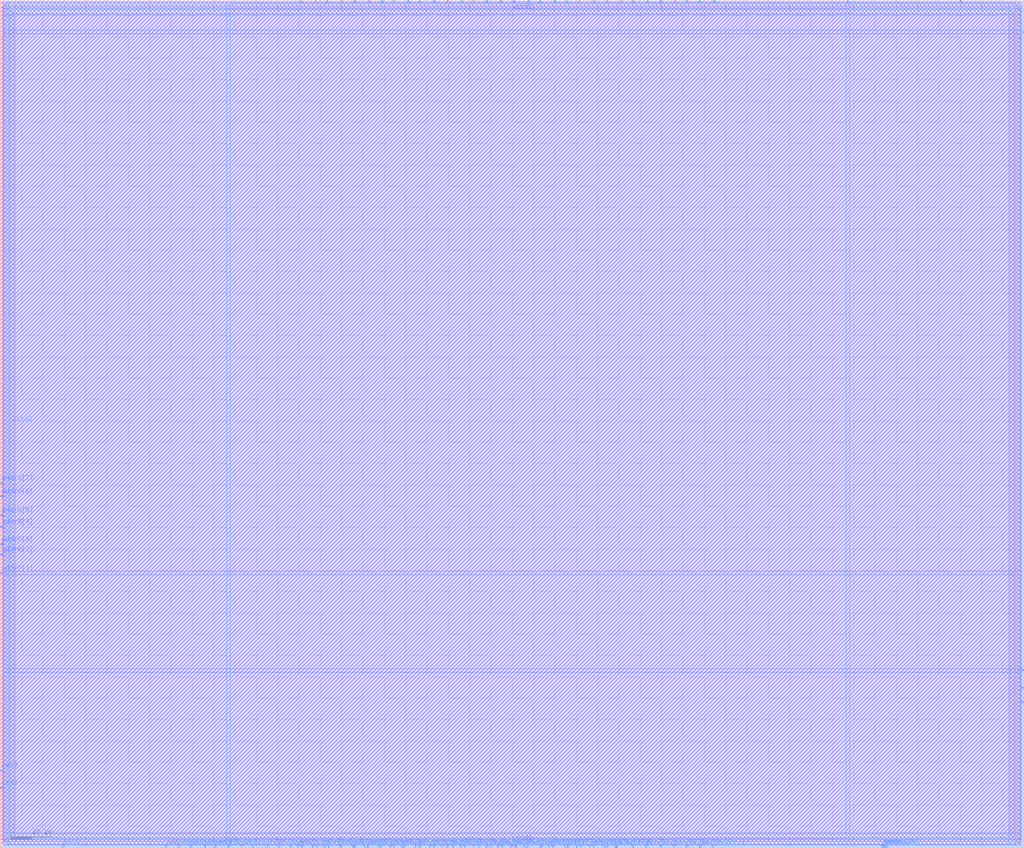
<source format=lef>
VERSION 5.4 ;
NAMESCASESENSITIVE ON ;
BUSBITCHARS "[]" ;
DIVIDERCHAR "/" ;
UNITS
  DATABASE MICRONS 1000 ;
END UNITS
MACRO sky130_sram_1kbyte_1rw1r_32x256_8
   CLASS BLOCK ;
   SIZE 479.78 BY 397.5 ;
   SYMMETRY X Y R90 ;
   PIN din0[0]
      DIRECTION INPUT ;
      PORT
         LAYER met4 ;
         RECT  106.76 0.0 107.14 1.06 ;
      END
   END din0[0]
   PIN din0[1]
      DIRECTION INPUT ;
      PORT
         LAYER met4 ;
         RECT  112.88 0.0 113.26 1.06 ;
      END
   END din0[1]
   PIN din0[2]
      DIRECTION INPUT ;
      PORT
         LAYER met4 ;
         RECT  118.32 0.0 118.7 1.06 ;
      END
   END din0[2]
   PIN din0[3]
      DIRECTION INPUT ;
      PORT
         LAYER met4 ;
         RECT  125.12 0.0 125.5 1.06 ;
      END
   END din0[3]
   PIN din0[4]
      DIRECTION INPUT ;
      PORT
         LAYER met4 ;
         RECT  130.56 0.0 130.94 1.06 ;
      END
   END din0[4]
   PIN din0[5]
      DIRECTION INPUT ;
      PORT
         LAYER met4 ;
         RECT  136.0 0.0 136.38 1.06 ;
      END
   END din0[5]
   PIN din0[6]
      DIRECTION INPUT ;
      PORT
         LAYER met4 ;
         RECT  141.44 0.0 141.82 1.06 ;
      END
   END din0[6]
   PIN din0[7]
      DIRECTION INPUT ;
      PORT
         LAYER met4 ;
         RECT  148.24 0.0 148.62 1.06 ;
      END
   END din0[7]
   PIN din0[8]
      DIRECTION INPUT ;
      PORT
         LAYER met4 ;
         RECT  153.68 0.0 154.06 1.06 ;
      END
   END din0[8]
   PIN din0[9]
      DIRECTION INPUT ;
      PORT
         LAYER met4 ;
         RECT  159.12 0.0 159.5 1.06 ;
      END
   END din0[9]
   PIN din0[10]
      DIRECTION INPUT ;
      PORT
         LAYER met4 ;
         RECT  165.24 0.0 165.62 1.06 ;
      END
   END din0[10]
   PIN din0[11]
      DIRECTION INPUT ;
      PORT
         LAYER met4 ;
         RECT  170.68 0.0 171.06 1.06 ;
      END
   END din0[11]
   PIN din0[12]
      DIRECTION INPUT ;
      PORT
         LAYER met4 ;
         RECT  177.48 0.0 177.86 1.06 ;
      END
   END din0[12]
   PIN din0[13]
      DIRECTION INPUT ;
      PORT
         LAYER met4 ;
         RECT  182.92 0.0 183.3 1.06 ;
      END
   END din0[13]
   PIN din0[14]
      DIRECTION INPUT ;
      PORT
         LAYER met4 ;
         RECT  188.36 0.0 188.74 1.06 ;
      END
   END din0[14]
   PIN din0[15]
      DIRECTION INPUT ;
      PORT
         LAYER met4 ;
         RECT  194.48 0.0 194.86 1.06 ;
      END
   END din0[15]
   PIN din0[16]
      DIRECTION INPUT ;
      PORT
         LAYER met4 ;
         RECT  201.28 0.0 201.66 1.06 ;
      END
   END din0[16]
   PIN din0[17]
      DIRECTION INPUT ;
      PORT
         LAYER met4 ;
         RECT  206.72 0.0 207.1 1.06 ;
      END
   END din0[17]
   PIN din0[18]
      DIRECTION INPUT ;
      PORT
         LAYER met4 ;
         RECT  212.16 0.0 212.54 1.06 ;
      END
   END din0[18]
   PIN din0[19]
      DIRECTION INPUT ;
      PORT
         LAYER met4 ;
         RECT  217.6 0.0 217.98 1.06 ;
      END
   END din0[19]
   PIN din0[20]
      DIRECTION INPUT ;
      PORT
         LAYER met4 ;
         RECT  224.4 0.0 224.78 1.06 ;
      END
   END din0[20]
   PIN din0[21]
      DIRECTION INPUT ;
      PORT
         LAYER met4 ;
         RECT  229.84 0.0 230.22 1.06 ;
      END
   END din0[21]
   PIN din0[22]
      DIRECTION INPUT ;
      PORT
         LAYER met4 ;
         RECT  235.28 0.0 235.66 1.06 ;
      END
   END din0[22]
   PIN din0[23]
      DIRECTION INPUT ;
      PORT
         LAYER met4 ;
         RECT  241.4 0.0 241.78 1.06 ;
      END
   END din0[23]
   PIN din0[24]
      DIRECTION INPUT ;
      PORT
         LAYER met4 ;
         RECT  246.84 0.0 247.22 1.06 ;
      END
   END din0[24]
   PIN din0[25]
      DIRECTION INPUT ;
      PORT
         LAYER met4 ;
         RECT  253.64 0.0 254.02 1.06 ;
      END
   END din0[25]
   PIN din0[26]
      DIRECTION INPUT ;
      PORT
         LAYER met4 ;
         RECT  259.08 0.0 259.46 1.06 ;
      END
   END din0[26]
   PIN din0[27]
      DIRECTION INPUT ;
      PORT
         LAYER met4 ;
         RECT  264.52 0.0 264.9 1.06 ;
      END
   END din0[27]
   PIN din0[28]
      DIRECTION INPUT ;
      PORT
         LAYER met4 ;
         RECT  269.96 0.0 270.34 1.06 ;
      END
   END din0[28]
   PIN din0[29]
      DIRECTION INPUT ;
      PORT
         LAYER met4 ;
         RECT  276.08 0.0 276.46 1.06 ;
      END
   END din0[29]
   PIN din0[30]
      DIRECTION INPUT ;
      PORT
         LAYER met4 ;
         RECT  282.88 0.0 283.26 1.06 ;
      END
   END din0[30]
   PIN din0[31]
      DIRECTION INPUT ;
      PORT
         LAYER met4 ;
         RECT  288.32 0.0 288.7 1.06 ;
      END
   END din0[31]
   PIN addr0[0]
      DIRECTION INPUT ;
      PORT
         LAYER met4 ;
         RECT  77.52 0.0 77.9 1.06 ;
      END
   END addr0[0]
   PIN addr0[1]
      DIRECTION INPUT ;
      PORT
         LAYER met3 ;
         RECT  0.0 128.52 1.06 128.9 ;
      END
   END addr0[1]
   PIN addr0[2]
      DIRECTION INPUT ;
      PORT
         LAYER met3 ;
         RECT  0.0 137.36 1.06 137.74 ;
      END
   END addr0[2]
   PIN addr0[3]
      DIRECTION INPUT ;
      PORT
         LAYER met3 ;
         RECT  0.0 142.12 1.06 142.5 ;
      END
   END addr0[3]
   PIN addr0[4]
      DIRECTION INPUT ;
      PORT
         LAYER met3 ;
         RECT  0.0 150.28 1.06 150.66 ;
      END
   END addr0[4]
   PIN addr0[5]
      DIRECTION INPUT ;
      PORT
         LAYER met3 ;
         RECT  0.0 155.72 1.06 156.1 ;
      END
   END addr0[5]
   PIN addr0[6]
      DIRECTION INPUT ;
      PORT
         LAYER met3 ;
         RECT  0.0 164.56 1.06 164.94 ;
      END
   END addr0[6]
   PIN addr0[7]
      DIRECTION INPUT ;
      PORT
         LAYER met3 ;
         RECT  0.0 170.68 1.06 171.06 ;
      END
   END addr0[7]
   PIN addr1[0]
      DIRECTION INPUT ;
      PORT
         LAYER met4 ;
         RECT  397.12 396.44 397.5 397.5 ;
      END
   END addr1[0]
   PIN addr1[1]
      DIRECTION INPUT ;
      PORT
         LAYER met3 ;
         RECT  478.72 82.96 479.78 83.34 ;
      END
   END addr1[1]
   PIN addr1[2]
      DIRECTION INPUT ;
      PORT
         LAYER met3 ;
         RECT  478.72 74.8 479.78 75.18 ;
      END
   END addr1[2]
   PIN addr1[3]
      DIRECTION INPUT ;
      PORT
         LAYER met3 ;
         RECT  478.72 68.0 479.78 68.38 ;
      END
   END addr1[3]
   PIN addr1[4]
      DIRECTION INPUT ;
      PORT
         LAYER met4 ;
         RECT  415.48 0.0 415.86 1.06 ;
      END
   END addr1[4]
   PIN addr1[5]
      DIRECTION INPUT ;
      PORT
         LAYER met4 ;
         RECT  413.44 0.0 413.82 1.06 ;
      END
   END addr1[5]
   PIN addr1[6]
      DIRECTION INPUT ;
      PORT
         LAYER met4 ;
         RECT  414.12 0.0 414.5 1.06 ;
      END
   END addr1[6]
   PIN addr1[7]
      DIRECTION INPUT ;
      PORT
         LAYER met4 ;
         RECT  414.8 0.0 415.18 1.06 ;
      END
   END addr1[7]
   PIN csb0
      DIRECTION INPUT ;
      PORT
         LAYER met3 ;
         RECT  0.0 27.88 1.06 28.26 ;
      END
   END csb0
   PIN csb1
      DIRECTION INPUT ;
      PORT
         LAYER met3 ;
         RECT  478.72 382.16 479.78 382.54 ;
      END
   END csb1
   PIN web0
      DIRECTION INPUT ;
      PORT
         LAYER met3 ;
         RECT  0.0 36.04 1.06 36.42 ;
      END
   END web0
   PIN clk0
      DIRECTION INPUT ;
      PORT
         LAYER met4 ;
         RECT  29.24 0.0 29.62 1.06 ;
      END
   END clk0
   PIN clk1
      DIRECTION INPUT ;
      PORT
         LAYER met4 ;
         RECT  450.16 396.44 450.54 397.5 ;
      END
   END clk1
   PIN wmask0[0]
      DIRECTION INPUT ;
      PORT
         LAYER met4 ;
         RECT  83.64 0.0 84.02 1.06 ;
      END
   END wmask0[0]
   PIN wmask0[1]
      DIRECTION INPUT ;
      PORT
         LAYER met4 ;
         RECT  89.08 0.0 89.46 1.06 ;
      END
   END wmask0[1]
   PIN wmask0[2]
      DIRECTION INPUT ;
      PORT
         LAYER met4 ;
         RECT  95.88 0.0 96.26 1.06 ;
      END
   END wmask0[2]
   PIN wmask0[3]
      DIRECTION INPUT ;
      PORT
         LAYER met4 ;
         RECT  100.64 0.0 101.02 1.06 ;
      END
   END wmask0[3]
   PIN dout0[0]
      DIRECTION OUTPUT ;
      PORT
         LAYER met4 ;
         RECT  139.4 0.0 139.78 1.06 ;
      END
   END dout0[0]
   PIN dout0[1]
      DIRECTION OUTPUT ;
      PORT
         LAYER met4 ;
         RECT  146.2 0.0 146.58 1.06 ;
      END
   END dout0[1]
   PIN dout0[2]
      DIRECTION OUTPUT ;
      PORT
         LAYER met4 ;
         RECT  151.64 0.0 152.02 1.06 ;
      END
   END dout0[2]
   PIN dout0[3]
      DIRECTION OUTPUT ;
      PORT
         LAYER met4 ;
         RECT  159.8 0.0 160.18 1.06 ;
      END
   END dout0[3]
   PIN dout0[4]
      DIRECTION OUTPUT ;
      PORT
         LAYER met4 ;
         RECT  165.92 0.0 166.3 1.06 ;
      END
   END dout0[4]
   PIN dout0[5]
      DIRECTION OUTPUT ;
      PORT
         LAYER met4 ;
         RECT  172.04 0.0 172.42 1.06 ;
      END
   END dout0[5]
   PIN dout0[6]
      DIRECTION OUTPUT ;
      PORT
         LAYER met4 ;
         RECT  178.16 0.0 178.54 1.06 ;
      END
   END dout0[6]
   PIN dout0[7]
      DIRECTION OUTPUT ;
      PORT
         LAYER met4 ;
         RECT  184.28 0.0 184.66 1.06 ;
      END
   END dout0[7]
   PIN dout0[8]
      DIRECTION OUTPUT ;
      PORT
         LAYER met4 ;
         RECT  189.04 0.0 189.42 1.06 ;
      END
   END dout0[8]
   PIN dout0[9]
      DIRECTION OUTPUT ;
      PORT
         LAYER met4 ;
         RECT  196.52 0.0 196.9 1.06 ;
      END
   END dout0[9]
   PIN dout0[10]
      DIRECTION OUTPUT ;
      PORT
         LAYER met4 ;
         RECT  203.32 0.0 203.7 1.06 ;
      END
   END dout0[10]
   PIN dout0[11]
      DIRECTION OUTPUT ;
      PORT
         LAYER met4 ;
         RECT  209.44 0.0 209.82 1.06 ;
      END
   END dout0[11]
   PIN dout0[12]
      DIRECTION OUTPUT ;
      PORT
         LAYER met4 ;
         RECT  215.56 0.0 215.94 1.06 ;
      END
   END dout0[12]
   PIN dout0[13]
      DIRECTION OUTPUT ;
      PORT
         LAYER met4 ;
         RECT  221.68 0.0 222.06 1.06 ;
      END
   END dout0[13]
   PIN dout0[14]
      DIRECTION OUTPUT ;
      PORT
         LAYER met4 ;
         RECT  227.8 0.0 228.18 1.06 ;
      END
   END dout0[14]
   PIN dout0[15]
      DIRECTION OUTPUT ;
      PORT
         LAYER met4 ;
         RECT  233.24 0.0 233.62 1.06 ;
      END
   END dout0[15]
   PIN dout0[16]
      DIRECTION OUTPUT ;
      PORT
         LAYER met4 ;
         RECT  239.36 0.0 239.74 1.06 ;
      END
   END dout0[16]
   PIN dout0[17]
      DIRECTION OUTPUT ;
      PORT
         LAYER met4 ;
         RECT  245.48 0.0 245.86 1.06 ;
      END
   END dout0[17]
   PIN dout0[18]
      DIRECTION OUTPUT ;
      PORT
         LAYER met4 ;
         RECT  252.96 0.0 253.34 1.06 ;
      END
   END dout0[18]
   PIN dout0[19]
      DIRECTION OUTPUT ;
      PORT
         LAYER met4 ;
         RECT  257.04 0.0 257.42 1.06 ;
      END
   END dout0[19]
   PIN dout0[20]
      DIRECTION OUTPUT ;
      PORT
         LAYER met4 ;
         RECT  265.88 0.0 266.26 1.06 ;
      END
   END dout0[20]
   PIN dout0[21]
      DIRECTION OUTPUT ;
      PORT
         LAYER met4 ;
         RECT  272.0 0.0 272.38 1.06 ;
      END
   END dout0[21]
   PIN dout0[22]
      DIRECTION OUTPUT ;
      PORT
         LAYER met4 ;
         RECT  278.12 0.0 278.5 1.06 ;
      END
   END dout0[22]
   PIN dout0[23]
      DIRECTION OUTPUT ;
      PORT
         LAYER met4 ;
         RECT  284.24 0.0 284.62 1.06 ;
      END
   END dout0[23]
   PIN dout0[24]
      DIRECTION OUTPUT ;
      PORT
         LAYER met4 ;
         RECT  289.0 0.0 289.38 1.06 ;
      END
   END dout0[24]
   PIN dout0[25]
      DIRECTION OUTPUT ;
      PORT
         LAYER met4 ;
         RECT  296.48 0.0 296.86 1.06 ;
      END
   END dout0[25]
   PIN dout0[26]
      DIRECTION OUTPUT ;
      PORT
         LAYER met4 ;
         RECT  302.6 0.0 302.98 1.06 ;
      END
   END dout0[26]
   PIN dout0[27]
      DIRECTION OUTPUT ;
      PORT
         LAYER met4 ;
         RECT  309.4 0.0 309.78 1.06 ;
      END
   END dout0[27]
   PIN dout0[28]
      DIRECTION OUTPUT ;
      PORT
         LAYER met4 ;
         RECT  315.52 0.0 315.9 1.06 ;
      END
   END dout0[28]
   PIN dout0[29]
      DIRECTION OUTPUT ;
      PORT
         LAYER met4 ;
         RECT  321.64 0.0 322.02 1.06 ;
      END
   END dout0[29]
   PIN dout0[30]
      DIRECTION OUTPUT ;
      PORT
         LAYER met4 ;
         RECT  327.76 0.0 328.14 1.06 ;
      END
   END dout0[30]
   PIN dout0[31]
      DIRECTION OUTPUT ;
      PORT
         LAYER met4 ;
         RECT  333.88 0.0 334.26 1.06 ;
      END
   END dout0[31]
   PIN dout1[0]
      DIRECTION OUTPUT ;
      PORT
         LAYER met4 ;
         RECT  140.76 396.44 141.14 397.5 ;
      END
   END dout1[0]
   PIN dout1[1]
      DIRECTION OUTPUT ;
      PORT
         LAYER met4 ;
         RECT  147.56 396.44 147.94 397.5 ;
      END
   END dout1[1]
   PIN dout1[2]
      DIRECTION OUTPUT ;
      PORT
         LAYER met4 ;
         RECT  153.0 396.44 153.38 397.5 ;
      END
   END dout1[2]
   PIN dout1[3]
      DIRECTION OUTPUT ;
      PORT
         LAYER met4 ;
         RECT  159.8 396.44 160.18 397.5 ;
      END
   END dout1[3]
   PIN dout1[4]
      DIRECTION OUTPUT ;
      PORT
         LAYER met4 ;
         RECT  165.92 396.44 166.3 397.5 ;
      END
   END dout1[4]
   PIN dout1[5]
      DIRECTION OUTPUT ;
      PORT
         LAYER met4 ;
         RECT  172.72 396.44 173.1 397.5 ;
      END
   END dout1[5]
   PIN dout1[6]
      DIRECTION OUTPUT ;
      PORT
         LAYER met4 ;
         RECT  178.84 396.44 179.22 397.5 ;
      END
   END dout1[6]
   PIN dout1[7]
      DIRECTION OUTPUT ;
      PORT
         LAYER met4 ;
         RECT  184.28 396.44 184.66 397.5 ;
      END
   END dout1[7]
   PIN dout1[8]
      DIRECTION OUTPUT ;
      PORT
         LAYER met4 ;
         RECT  191.08 396.44 191.46 397.5 ;
      END
   END dout1[8]
   PIN dout1[9]
      DIRECTION OUTPUT ;
      PORT
         LAYER met4 ;
         RECT  196.52 396.44 196.9 397.5 ;
      END
   END dout1[9]
   PIN dout1[10]
      DIRECTION OUTPUT ;
      PORT
         LAYER met4 ;
         RECT  203.32 396.44 203.7 397.5 ;
      END
   END dout1[10]
   PIN dout1[11]
      DIRECTION OUTPUT ;
      PORT
         LAYER met4 ;
         RECT  209.44 396.44 209.82 397.5 ;
      END
   END dout1[11]
   PIN dout1[12]
      DIRECTION OUTPUT ;
      PORT
         LAYER met4 ;
         RECT  216.24 396.44 216.62 397.5 ;
      END
   END dout1[12]
   PIN dout1[13]
      DIRECTION OUTPUT ;
      PORT
         LAYER met4 ;
         RECT  221.68 396.44 222.06 397.5 ;
      END
   END dout1[13]
   PIN dout1[14]
      DIRECTION OUTPUT ;
      PORT
         LAYER met4 ;
         RECT  227.8 396.44 228.18 397.5 ;
      END
   END dout1[14]
   PIN dout1[15]
      DIRECTION OUTPUT ;
      PORT
         LAYER met4 ;
         RECT  234.6 396.44 234.98 397.5 ;
      END
   END dout1[15]
   PIN dout1[16]
      DIRECTION OUTPUT ;
      PORT
         LAYER met4 ;
         RECT  240.72 396.44 241.1 397.5 ;
      END
   END dout1[16]
   PIN dout1[17]
      DIRECTION OUTPUT ;
      PORT
         LAYER met4 ;
         RECT  247.52 396.44 247.9 397.5 ;
      END
   END dout1[17]
   PIN dout1[18]
      DIRECTION OUTPUT ;
      PORT
         LAYER met4 ;
         RECT  252.96 396.44 253.34 397.5 ;
      END
   END dout1[18]
   PIN dout1[19]
      DIRECTION OUTPUT ;
      PORT
         LAYER met4 ;
         RECT  259.76 396.44 260.14 397.5 ;
      END
   END dout1[19]
   PIN dout1[20]
      DIRECTION OUTPUT ;
      PORT
         LAYER met4 ;
         RECT  265.2 396.44 265.58 397.5 ;
      END
   END dout1[20]
   PIN dout1[21]
      DIRECTION OUTPUT ;
      PORT
         LAYER met4 ;
         RECT  271.32 396.44 271.7 397.5 ;
      END
   END dout1[21]
   PIN dout1[22]
      DIRECTION OUTPUT ;
      PORT
         LAYER met4 ;
         RECT  278.12 396.44 278.5 397.5 ;
      END
   END dout1[22]
   PIN dout1[23]
      DIRECTION OUTPUT ;
      PORT
         LAYER met4 ;
         RECT  284.24 396.44 284.62 397.5 ;
      END
   END dout1[23]
   PIN dout1[24]
      DIRECTION OUTPUT ;
      PORT
         LAYER met4 ;
         RECT  291.04 396.44 291.42 397.5 ;
      END
   END dout1[24]
   PIN dout1[25]
      DIRECTION OUTPUT ;
      PORT
         LAYER met4 ;
         RECT  296.48 396.44 296.86 397.5 ;
      END
   END dout1[25]
   PIN dout1[26]
      DIRECTION OUTPUT ;
      PORT
         LAYER met4 ;
         RECT  303.28 396.44 303.66 397.5 ;
      END
   END dout1[26]
   PIN dout1[27]
      DIRECTION OUTPUT ;
      PORT
         LAYER met4 ;
         RECT  309.4 396.44 309.78 397.5 ;
      END
   END dout1[27]
   PIN dout1[28]
      DIRECTION OUTPUT ;
      PORT
         LAYER met4 ;
         RECT  316.2 396.44 316.58 397.5 ;
      END
   END dout1[28]
   PIN dout1[29]
      DIRECTION OUTPUT ;
      PORT
         LAYER met4 ;
         RECT  321.64 396.44 322.02 397.5 ;
      END
   END dout1[29]
   PIN dout1[30]
      DIRECTION OUTPUT ;
      PORT
         LAYER met4 ;
         RECT  327.76 396.44 328.14 397.5 ;
      END
   END dout1[30]
   PIN dout1[31]
      DIRECTION OUTPUT ;
      PORT
         LAYER met4 ;
         RECT  334.56 396.44 334.94 397.5 ;
      END
   END dout1[31]
   PIN vccd1
      DIRECTION INOUT ;
      USE POWER ; 
      SHAPE ABUTMENT ; 
      PORT
         LAYER met4 ;
         RECT  473.28 4.76 475.02 392.74 ;
         LAYER met4 ;
         RECT  4.76 4.76 6.5 392.74 ;
         LAYER met3 ;
         RECT  4.76 4.76 475.02 6.5 ;
         LAYER met3 ;
         RECT  4.76 391.0 475.02 392.74 ;
      END
   END vccd1
   PIN vssd1
      DIRECTION INOUT ;
      USE GROUND ; 
      SHAPE ABUTMENT ; 
      PORT
         LAYER met4 ;
         RECT  1.36 1.36 3.1 396.14 ;
         LAYER met3 ;
         RECT  1.36 394.4 478.42 396.14 ;
         LAYER met3 ;
         RECT  1.36 1.36 478.42 3.1 ;
         LAYER met4 ;
         RECT  476.68 1.36 478.42 396.14 ;
      END
   END vssd1
   OBS
   LAYER  met1 ;
      RECT  0.62 0.62 479.16 396.88 ;
   LAYER  met2 ;
      RECT  0.62 0.62 479.16 396.88 ;
   LAYER  met3 ;
      RECT  1.66 127.92 479.16 129.5 ;
      RECT  0.62 129.5 1.66 136.76 ;
      RECT  0.62 138.34 1.66 141.52 ;
      RECT  0.62 143.1 1.66 149.68 ;
      RECT  0.62 151.26 1.66 155.12 ;
      RECT  0.62 156.7 1.66 163.96 ;
      RECT  0.62 165.54 1.66 170.08 ;
      RECT  1.66 82.36 478.12 83.94 ;
      RECT  1.66 83.94 478.12 127.92 ;
      RECT  478.12 83.94 479.16 127.92 ;
      RECT  478.12 75.78 479.16 82.36 ;
      RECT  478.12 68.98 479.16 74.2 ;
      RECT  1.66 129.5 478.12 381.56 ;
      RECT  1.66 381.56 478.12 383.14 ;
      RECT  478.12 129.5 479.16 381.56 ;
      RECT  0.62 28.86 1.66 35.44 ;
      RECT  0.62 37.02 1.66 127.92 ;
      RECT  1.66 4.16 4.16 7.1 ;
      RECT  1.66 7.1 4.16 82.36 ;
      RECT  4.16 7.1 475.62 82.36 ;
      RECT  475.62 4.16 478.12 7.1 ;
      RECT  475.62 7.1 478.12 82.36 ;
      RECT  1.66 383.14 4.16 390.4 ;
      RECT  1.66 390.4 4.16 393.34 ;
      RECT  4.16 383.14 475.62 390.4 ;
      RECT  475.62 383.14 478.12 390.4 ;
      RECT  475.62 390.4 478.12 393.34 ;
      RECT  0.62 171.66 0.76 393.8 ;
      RECT  0.62 393.8 0.76 396.74 ;
      RECT  0.62 396.74 0.76 396.88 ;
      RECT  0.76 171.66 1.66 393.8 ;
      RECT  0.76 396.74 1.66 396.88 ;
      RECT  478.12 383.14 479.02 393.8 ;
      RECT  478.12 396.74 479.02 396.88 ;
      RECT  479.02 383.14 479.16 393.8 ;
      RECT  479.02 393.8 479.16 396.74 ;
      RECT  479.02 396.74 479.16 396.88 ;
      RECT  1.66 393.34 4.16 393.8 ;
      RECT  1.66 396.74 4.16 396.88 ;
      RECT  4.16 393.34 475.62 393.8 ;
      RECT  4.16 396.74 475.62 396.88 ;
      RECT  475.62 393.34 478.12 393.8 ;
      RECT  475.62 396.74 478.12 396.88 ;
      RECT  478.12 0.62 479.02 0.76 ;
      RECT  478.12 3.7 479.02 67.4 ;
      RECT  479.02 0.62 479.16 0.76 ;
      RECT  479.02 0.76 479.16 3.7 ;
      RECT  479.02 3.7 479.16 67.4 ;
      RECT  0.62 0.62 0.76 0.76 ;
      RECT  0.62 0.76 0.76 3.7 ;
      RECT  0.62 3.7 0.76 27.28 ;
      RECT  0.76 0.62 1.66 0.76 ;
      RECT  0.76 3.7 1.66 27.28 ;
      RECT  1.66 0.62 4.16 0.76 ;
      RECT  1.66 3.7 4.16 4.16 ;
      RECT  4.16 0.62 475.62 0.76 ;
      RECT  4.16 3.7 475.62 4.16 ;
      RECT  475.62 0.62 478.12 0.76 ;
      RECT  475.62 3.7 478.12 4.16 ;
   LAYER  met4 ;
      RECT  106.16 1.66 107.74 396.88 ;
      RECT  107.74 0.62 112.28 1.66 ;
      RECT  113.86 0.62 117.72 1.66 ;
      RECT  119.3 0.62 124.52 1.66 ;
      RECT  126.1 0.62 129.96 1.66 ;
      RECT  131.54 0.62 135.4 1.66 ;
      RECT  154.66 0.62 158.52 1.66 ;
      RECT  260.06 0.62 263.92 1.66 ;
      RECT  107.74 1.66 396.52 395.84 ;
      RECT  396.52 1.66 398.1 395.84 ;
      RECT  30.22 0.62 76.92 1.66 ;
      RECT  398.1 395.84 449.56 396.88 ;
      RECT  78.5 0.62 83.04 1.66 ;
      RECT  84.62 0.62 88.48 1.66 ;
      RECT  90.06 0.62 95.28 1.66 ;
      RECT  96.86 0.62 100.04 1.66 ;
      RECT  101.62 0.62 106.16 1.66 ;
      RECT  136.98 0.62 138.8 1.66 ;
      RECT  140.38 0.62 140.84 1.66 ;
      RECT  142.42 0.62 145.6 1.66 ;
      RECT  147.18 0.62 147.64 1.66 ;
      RECT  149.22 0.62 151.04 1.66 ;
      RECT  152.62 0.62 153.08 1.66 ;
      RECT  160.78 0.62 164.64 1.66 ;
      RECT  166.9 0.62 170.08 1.66 ;
      RECT  173.02 0.62 176.88 1.66 ;
      RECT  179.14 0.62 182.32 1.66 ;
      RECT  185.26 0.62 187.76 1.66 ;
      RECT  190.02 0.62 193.88 1.66 ;
      RECT  195.46 0.62 195.92 1.66 ;
      RECT  197.5 0.62 200.68 1.66 ;
      RECT  202.26 0.62 202.72 1.66 ;
      RECT  204.3 0.62 206.12 1.66 ;
      RECT  207.7 0.62 208.84 1.66 ;
      RECT  210.42 0.62 211.56 1.66 ;
      RECT  213.14 0.62 214.96 1.66 ;
      RECT  216.54 0.62 217.0 1.66 ;
      RECT  218.58 0.62 221.08 1.66 ;
      RECT  222.66 0.62 223.8 1.66 ;
      RECT  225.38 0.62 227.2 1.66 ;
      RECT  228.78 0.62 229.24 1.66 ;
      RECT  230.82 0.62 232.64 1.66 ;
      RECT  234.22 0.62 234.68 1.66 ;
      RECT  236.26 0.62 238.76 1.66 ;
      RECT  240.34 0.62 240.8 1.66 ;
      RECT  242.38 0.62 244.88 1.66 ;
      RECT  247.82 0.62 252.36 1.66 ;
      RECT  254.62 0.62 256.44 1.66 ;
      RECT  258.02 0.62 258.48 1.66 ;
      RECT  266.86 0.62 269.36 1.66 ;
      RECT  270.94 0.62 271.4 1.66 ;
      RECT  272.98 0.62 275.48 1.66 ;
      RECT  277.06 0.62 277.52 1.66 ;
      RECT  279.1 0.62 282.28 1.66 ;
      RECT  285.22 0.62 287.72 1.66 ;
      RECT  289.98 0.62 295.88 1.66 ;
      RECT  297.46 0.62 302.0 1.66 ;
      RECT  303.58 0.62 308.8 1.66 ;
      RECT  310.38 0.62 314.92 1.66 ;
      RECT  316.5 0.62 321.04 1.66 ;
      RECT  322.62 0.62 327.16 1.66 ;
      RECT  328.74 0.62 333.28 1.66 ;
      RECT  334.86 0.62 412.84 1.66 ;
      RECT  107.74 395.84 140.16 396.88 ;
      RECT  141.74 395.84 146.96 396.88 ;
      RECT  148.54 395.84 152.4 396.88 ;
      RECT  153.98 395.84 159.2 396.88 ;
      RECT  160.78 395.84 165.32 396.88 ;
      RECT  166.9 395.84 172.12 396.88 ;
      RECT  173.7 395.84 178.24 396.88 ;
      RECT  179.82 395.84 183.68 396.88 ;
      RECT  185.26 395.84 190.48 396.88 ;
      RECT  192.06 395.84 195.92 396.88 ;
      RECT  197.5 395.84 202.72 396.88 ;
      RECT  204.3 395.84 208.84 396.88 ;
      RECT  210.42 395.84 215.64 396.88 ;
      RECT  217.22 395.84 221.08 396.88 ;
      RECT  222.66 395.84 227.2 396.88 ;
      RECT  228.78 395.84 234.0 396.88 ;
      RECT  235.58 395.84 240.12 396.88 ;
      RECT  241.7 395.84 246.92 396.88 ;
      RECT  248.5 395.84 252.36 396.88 ;
      RECT  253.94 395.84 259.16 396.88 ;
      RECT  260.74 395.84 264.6 396.88 ;
      RECT  266.18 395.84 270.72 396.88 ;
      RECT  272.3 395.84 277.52 396.88 ;
      RECT  279.1 395.84 283.64 396.88 ;
      RECT  285.22 395.84 290.44 396.88 ;
      RECT  292.02 395.84 295.88 396.88 ;
      RECT  297.46 395.84 302.68 396.88 ;
      RECT  304.26 395.84 308.8 396.88 ;
      RECT  310.38 395.84 315.6 396.88 ;
      RECT  317.18 395.84 321.04 396.88 ;
      RECT  322.62 395.84 327.16 396.88 ;
      RECT  328.74 395.84 333.96 396.88 ;
      RECT  335.54 395.84 396.52 396.88 ;
      RECT  398.1 1.66 472.68 4.16 ;
      RECT  398.1 4.16 472.68 393.34 ;
      RECT  398.1 393.34 472.68 395.84 ;
      RECT  472.68 1.66 475.62 4.16 ;
      RECT  472.68 393.34 475.62 395.84 ;
      RECT  4.16 1.66 7.1 4.16 ;
      RECT  4.16 393.34 7.1 396.88 ;
      RECT  7.1 1.66 106.16 4.16 ;
      RECT  7.1 4.16 106.16 393.34 ;
      RECT  7.1 393.34 106.16 396.88 ;
      RECT  0.62 0.62 0.76 0.76 ;
      RECT  0.62 0.76 0.76 1.66 ;
      RECT  0.76 0.62 3.7 0.76 ;
      RECT  3.7 0.62 28.64 0.76 ;
      RECT  3.7 0.76 28.64 1.66 ;
      RECT  0.62 1.66 0.76 4.16 ;
      RECT  3.7 1.66 4.16 4.16 ;
      RECT  0.62 4.16 0.76 393.34 ;
      RECT  3.7 4.16 4.16 393.34 ;
      RECT  0.62 393.34 0.76 396.74 ;
      RECT  0.62 396.74 0.76 396.88 ;
      RECT  0.76 396.74 3.7 396.88 ;
      RECT  3.7 393.34 4.16 396.74 ;
      RECT  3.7 396.74 4.16 396.88 ;
      RECT  416.46 0.62 476.08 0.76 ;
      RECT  416.46 0.76 476.08 1.66 ;
      RECT  476.08 0.62 479.02 0.76 ;
      RECT  479.02 0.62 479.16 0.76 ;
      RECT  479.02 0.76 479.16 1.66 ;
      RECT  451.14 395.84 476.08 396.74 ;
      RECT  451.14 396.74 476.08 396.88 ;
      RECT  476.08 396.74 479.02 396.88 ;
      RECT  479.02 395.84 479.16 396.74 ;
      RECT  479.02 396.74 479.16 396.88 ;
      RECT  475.62 1.66 476.08 4.16 ;
      RECT  479.02 1.66 479.16 4.16 ;
      RECT  475.62 4.16 476.08 393.34 ;
      RECT  479.02 4.16 479.16 393.34 ;
      RECT  475.62 393.34 476.08 395.84 ;
      RECT  479.02 393.34 479.16 395.84 ;
   END
END    sky130_sram_1kbyte_1rw1r_32x256_8
END    LIBRARY

</source>
